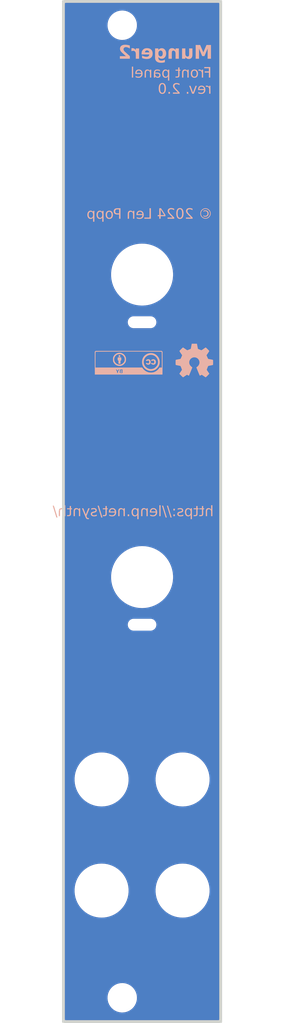
<source format=kicad_pcb>
(kicad_pcb (version 20221018) (generator pcbnew)
  (title_block (title "Munger2 - Front Panel") (date "2024-04-06") (rev "2.0") (company "https://lenp.net/synth/") (comment 1 "Len Popp") (comment 2 "Copyright © 2024 Len Popp CC BY") (comment 3 "Front panel for Munger2 Eurorack module - 4 HP") (comment 4 "Mounting holes match Delptronics panels"))
  (layers (0 "F.Cu" signal) (31 "B.Cu" signal) (34 "B.Paste" user) (35 "F.Paste" user) (36 "B.SilkS" user "B.Silkscreen") (37 "F.SilkS" user "F.Silkscreen") (38 "B.Mask" user) (39 "F.Mask" user) (44 "Edge.Cuts" user))
  (property "MODULE" "Munger2")
  (net 0 "")
  (footprint "-lmp-holes:MountingHole_Panel_3.2mm_M3" (layer "F.Cu") (at 37.5 53)
    (fp_text reference "REF**" hide)
    (fp_text value "MountingHole_Panel_3.2mm_M3")
    (pad "" np_thru_hole circle locked (at 0 0) (size 3.2 3.2) (drill 3.2) (layers "*.Cu" "*.Mask"))
  )
  (footprint "-lmp-holes:MountingHole_Panel_3.2mm_M3" (layer "F.Cu") (at 37.5 175.5)
    (fp_text reference "REF**" hide)
    (fp_text value "MountingHole_Panel_3.2mm_M3")
    (pad "" np_thru_hole circle locked (at 0 0) (size 3.2 3.2) (drill 3.2) (layers "*.Cu" "*.Mask"))
  )
  (footprint "-lmp-holes:MountingHole_Pot_Alpha" (layer "F.Cu") (at 40 122.51)
    (fp_text reference "REF**" hide)
    (fp_text value "MountingHole_Pot_Alpha")
    (pad "" np_thru_hole circle (at 0 0) (size 7.3 7.3) (drill 7.3) (layers "*.Cu" "*.Mask"))
    (pad "" np_thru_hole oval (at 0 6) (size 3.1 1) (drill oval 3.1 1) (layers "F&B.Cu" "*.Mask"))
  )
  (footprint "-lmp-holes:MountingHole_Jack_3.5mm_PJ398" (layer "F.Cu") (at 34.9 148)
    (fp_text reference "REF**" hide)
    (fp_text value "MountingHole_Jack_3.5mm_PJ398")
    (pad "" np_thru_hole circle locked (at 0 0) (size 6.3 6.3) (drill 6.3) (layers "*.Cu" "*.Mask"))
  )
  (footprint "-lmp-holes:MountingHole_Jack_3.5mm_PJ398" (layer "F.Cu") (at 45.1 148)
    (fp_text reference "REF**" hide)
    (fp_text value "MountingHole_Jack_3.5mm_PJ398")
    (pad "" np_thru_hole circle locked (at 0 0) (size 6.3 6.3) (drill 6.3) (layers "*.Cu" "*.Mask"))
  )
  (footprint "-lmp-holes:MountingHole_Jack_3.5mm_PJ398" (layer "F.Cu") (at 45.1 162)
    (fp_text reference "REF**" hide)
    (fp_text value "MountingHole_Jack_3.5mm_PJ398")
    (pad "" np_thru_hole circle (at 0 0) (size 6.3 6.3) (drill 6.3) (layers "*.Cu" "*.Mask"))
  )
  (footprint "-lmp-holes:MountingHole_Jack_3.5mm_PJ398" (layer "F.Cu") (at 34.9 162)
    (fp_text reference "REF**" hide)
    (fp_text value "MountingHole_Jack_3.5mm_PJ398")
    (pad "" np_thru_hole circle (at 0 0) (size 6.3 6.3) (drill 6.3) (layers "*.Cu" "*.Mask"))
  )
  (footprint "-lmp-holes:MountingHole_Pot_Alpha" (layer "F.Cu") (at 40 84.41)
    (fp_text reference "REF**" hide)
    (fp_text value "MountingHole_Pot_Alpha")
    (pad "" np_thru_hole circle (at 0 0) (size 7.3 7.3) (drill 7.3) (layers "*.Cu" "*.Mask"))
    (pad "" np_thru_hole oval (at 0 6) (size 3.1 1) (drill oval 3.1 1) (layers "F&B.Cu" "*.Mask"))
  )
  (footprint "-lmp-misc:Logo_OSHW" (layer "B.Cu") (at 46.574325 95.25 180)
    (fp_text reference "G3" hide)
    (fp_text value "LOGO" hide)
    (fp_poly (pts (xy 0.332309 2.043907) (xy 0.341381 1.998069) (xy 0.354628 1.929173) (xy 0.370495 1.845389) (xy 0.38743 1.75489) (xy 0.393386 1.722796) (xy 0.437401 1.485029) (xy 0.657063 1.393795) (xy 0.74497 1.357921) (xy 0.808749 1.333741) (xy 0.853195 1.319859) (xy 0.883107 1.31488) (xy 0.903282 1.317408) (xy 0.9098 1.320262) (xy 0.933551 1.334917) (xy 0.978298 1.364246) (xy 1.038939 1.404842) (xy 1.110374 1.453296) (xy 1.165969 1.491371) (xy 1.240949 1.542833) (xy 1.307718 1.588474) (xy 1.361493 1.625041) (xy 1.397494 1.649281) (xy 1.409956 1.657414) (xy 1.427811 1.652955) (xy 1.463227 1.627667) (xy 1.517172 1.58073) (xy 1.590613 1.511323) (xy 1.644039 1.458948) (xy 1.711608 1.391108) (xy 1.771268 1.329438) (xy 1.819306 1.277919) (xy 1.852008 1.240535) (xy 1.865664 1.221267) (xy 1.865677 1.221226) (xy 1.859691 1.197676) (xy 1.835212 1.150604) (xy 1.793183 1.081596) (xy 1.734543 0.992239) (xy 1.697471 0.937781) (xy 1.520815 0.68096) (xy 1.619383 0.452127) (xy 1.659348 0.362713) (xy 1.694168 0.291444) (xy 1.72197 0.241872) (xy 1.740879 0.217552) (xy 1.744007 0.215831) (xy 1.767564 0.210654) (xy 1.816769 0.200917) (xy 1.886021 0.187693) (xy 1.969721 0.172052) (xy 2.047875 0.157689) (xy 2.138232 0.140363) (xy 2.217638 0.123538) (xy 2.280838 0.108457) (xy 2.322577 0.096363) (xy 2.33735 0.089224) (xy 2.341052 0.068346) (xy 2.344296 0.021045) (xy 2.34688 -0.047351) (xy 2.348601 -0.131515) (xy 2.349256 -0.224274) (xy 2.34874 -0.336892) (xy 2.346841 -0.421041) (xy 2.343351 -0.479979) (xy 2.33806 -0.516966) (xy 2.330759 -0.535262) (xy 2.329202 -0.536832) (xy 2.307564 -0.54503) (xy 2.260103 -0.557343) (xy 2.192292 -0.572534) (xy 2.109605 -0.589367) (xy 2.031546 -0.604073) (xy 1.940736 -0.621377) (xy 1.860376 -0.638211) (xy 1.795872 -0.653319) (xy 1.752632 -0.665446) (xy 1.736595 -0.672515) (xy 1.722252 -0.695942) (xy 1.700812 -0.741547) (xy 1.674629 -0.803127) (xy 1.646056 -0.87448) (xy 1.617445 -0.949405) (xy 1.591149 -1.021699) (xy 1.569521 -1.085159) (xy 1.554912 -1.133585) (xy 1.549677 -1.160773) (xy 1.550241 -1.163788) (xy 1.562554 -1.182573) (xy 1.589739 -1.222789) (xy 1.628605 -1.279753) (xy 1.675959 -1.348785) (xy 1.717281 -1.408788) (xy 1.768237 -1.483332) (xy 1.812217 -1.548959) (xy 1.846284 -1.601179) (xy 1.867501 -1.635506) (xy 1.873249 -1.647126) (xy 1.862515 -1.661602) (xy 1.832595 -1.694758) (xy 1.786914 -1.742986) (xy 1.728898 -1.802678) (xy 1.661972 -1.870225) (xy 1.652489 -1.879701) (xy 1.570583 -1.960422) (xy 1.507752 -2.019804) (xy 1.461587 -2.059887) (xy 1.429677 -2.082708) (xy 1.409614 -2.090306) (xy 1.404428 -2.089563) (xy 1.382638 -2.077373) (xy 1.339761 -2.050325) (xy 1.280786 -2.011678) (xy 1.210703 -1.964685) (xy 1.15767 -1.928544) (xy 1.084231 -1.878624) (xy 1.019809 -1.835701) (xy 0.968968 -1.802746) (xy 0.936274 -1.782731) (xy 0.926456 -1.778) (xy 0.907758 -1.784814) (xy 0.868466 -1.802925) (xy 0.816075 -1.82883) (xy 0.799669 -1.837215) (xy 0.745513 -1.863547) (xy 0.702661 -1.881495) (xy 0.678317 -1.888138) (xy 0.675671 -1.887463) (xy 0.666195 -1.869527) (xy 0.646683 -1.826283) (xy 0.61885 -1.761921) (xy 0.584411 -1.680627) (xy 0.545081 -1.586591) (xy 0.502576 -1.484001) (xy 0.458609 -1.377043) (xy 0.414897 -1.269908) (xy 0.373154 -1.166782) (xy 0.335095 -1.071855) (xy 0.302436 -0.989313) (xy 0.276891 -0.923346) (xy 0.260175 -0.878141) (xy 0.254004 -0.857887) (xy 0.254 -0.857727) (xy 0.267057 -0.831175) (xy 0.291181 -0.813655) (xy 0.320082 -0.795098) (xy 0.363545 -0.760996) (xy 0.413339 -0.717903) (xy 0.425838 -0.706469) (xy 0.521321 -0.598253) (xy 0.589436 -0.478327) (xy 0.630082 -0.350658) (xy 0.64316 -0.219214) (xy 0.628567 -0.087962) (xy 0.586205 0.039131) (xy 0.515973 0.158097) (xy 0.449685 0.234902) (xy 0.34119 0.322392) (xy 0.220313 0.382989) (xy 0.091552 0.416695) (xy -0.040598 0.423509) (xy -0.171639 0.403432) (xy -0.297073 0.356462) (xy -0.412405 0.282601) (xy -0.465561 0.234902) (xy -0.555494 0.124047) (xy -0.617486 0.002268) (xy -0.651637 -0.126466) (xy -0.658048 -0.258188) (xy -0.636819 -0.38893) (xy -0.588051 -0.514725) (xy -0.511844 -0.631606) (xy -0.441714 -0.706469) (xy -0.391624 -0.750788) (xy -0.345801 -0.787757) (xy -0.31248 -0.810824) (xy -0.307057 -0.813655) (xy -0.278822 -0.836047) (xy -0.269875 -0.857727) (xy -0.275742 -0.877259) (xy -0.292199 -0.921853) (xy -0.317531 -0.987321) (xy -0.350023 -1.069475) (xy -0.38796 -1.164127) (xy -0.429627 -1.267088) (xy -0.473309 -1.374171) (xy -0.517291 -1.481187) (xy -0.559858 -1.583949) (xy -0.599294 -1.678267) (xy -0.633886 -1.759955) (xy -0.661917 -1.824823) (xy -0.681673 -1.868683) (xy -0.691439 -1.887349) (xy -0.691547 -1.887463) (xy -0.708781 -1.884865) (xy -0.74673 -1.87007) (xy -0.79819 -1.845995) (xy -0.815545 -1.837215) (xy -0.87027 -1.809724) (xy -0.914006 -1.789018) (xy -0.939274 -1.778598) (xy -0.942068 -1.778) (xy -0.958281 -1.786545) (xy -0.99619 -1.81026) (xy -1.051371 -1.846265) (xy -1.119398 -1.891677) (xy -1.185816 -1.93675) (xy -1.261905 -1.988112) (xy -1.329536 -2.03255) (xy -1.38415 -2.067164) (xy -1.42119 -2.089057) (xy -1.43553 -2.0955) (xy -1.45167 -2.084739) (xy -1.486309 -2.054764) (xy -1.535721 -2.00903) (xy -1.59618 -1.950995) (xy -1.663958 -1.884116) (xy -1.671057 -1.877013) (xy -1.738416 -1.808944) (xy -1.797325 -1.748305) (xy -1.844348 -1.698724) (xy -1.87605 -1.66383) (xy -1.888994 -1.647251) (xy -1.889125 -1.646708) (xy -1.880529 -1.630386) (xy -1.856698 -1.592506) (xy -1.820567 -1.537547) (xy -1.775072 -1.469987) (xy -1.733157 -1.408788) (xy -1.681353 -1.333531) (xy -1.635515 -1.266643) (xy -1.598836 -1.212805) (xy -1.574507 -1.176699) (xy -1.566117 -1.163788) (xy -1.568212 -1.143868) (xy -1.580361 -1.100924) (xy -1.600208 -1.04116) (xy -1.625402 -0.970779) (xy -1.653588 -0.895982) (xy -1.682414 -0.822973) (xy -1.709526 -0.757956) (xy -1.732571 -0.707131) (xy -1.749196 -0.676703) (xy -1.752471 -0.672589) (xy -1.773188 -0.664012) (xy -1.819798 -0.651325) (xy -1.886901 -0.635788) (xy -1.969098 -0.618661) (xy -2.047875 -0.603599) (xy -2.138935 -0.586192) (xy -2.219747 -0.56945) (xy -2.28486 -0.554608) (xy -2.328819 -0.542897) (xy -2.345532 -0.536285) (xy -2.353122 -0.52039) (xy -2.35869 -0.484937) (xy -2.362422 -0.426925) (xy -2.364508 -0.343353) (xy -2.365136 -0.23122) (xy -2.365132 -0.224274) (xy -2.364454 -0.129816) (xy -2.362715 -0.045899) (xy -2.360116 0.022149) (xy -2.356862 0.069001) (xy -2.353226 0.089224) (xy -2.334501 0.097698) (xy -2.28973 0.110242) (xy -2.224168 0.125615) (xy -2.143071 0.142573) (xy -2.06375 0.157689) (xy -1.972185 0.174539) (xy -1.890317 0.189882) (xy -1.823748 0.202646) (xy -1.778075 0.211759) (xy -1.759883 0.215831) (xy -1.743498 0.23326) (xy -1.717751 0.276831) (xy -1.684515 0.342991) (xy -1.645665 0.428188) (xy -1.635259 0.452127) (xy -1.536691 0.68096) (xy -1.713347 0.937781) (xy -1.780321 1.037176) (xy -1.831178 1.117053) (xy -1.864977 1.175825) (xy -1.880778 1.211907) (xy -1.881553 1.221226) (xy -1.867997 1.240398) (xy -1.835375 1.277706) (xy -1.787401 1.329167) (xy -1.727787 1.390799) (xy -1.660247 1.458619) (xy -1.659915 1.458948) (xy -1.573506 1.542945) (xy -1.507347 1.603693) (xy -1.460731 1.641791) (xy -1.432952 1.657841) (xy -1.425832 1.657743) (xy -1.406307 1.644973) (xy -1.365455 1.617396) (xy -1.30806 1.57827) (xy -1.238906 1.530853) (xy -1.182688 1.492145) (xy -1.106717 1.440046) (xy -1.037755 1.393314) (xy -0.980931 1.355382) (xy -0.941376 1.329681) (xy -0.92652 1.320706) (xy -0.909039 1.315224) (xy -0.884577 1.316423) (xy -0.848256 1.32571) (xy -0.7952 1.344489) (xy -0.720531 1.374168) (xy -0.672939 1.393795) (xy -0.453277 1.485029) (xy -0.409262 1.722796) (xy -0.392321 1.813715) (xy -0.375898 1.900809) (xy -0.361547 1.975906) (xy -0.35082 2.030837) (xy -0.348185 2.043907) (xy -0.331124 2.12725) (xy 0.315248 2.12725) (xy 0.332309 2.043907)) (stroke (width 0.01)) (fill solid) (layer "B.SilkS"))
  )
  (footprint "-lmp-misc:Logo_CC_BY" (layer "B.Cu") (at 38.319325 95.504 180)
    (fp_text reference "G1" hide)
    (fp_text value "LOGO" hide)
    (fp_poly (pts (xy 1.007728 -1.10891) (xy 1.049387 -1.134554) (xy 1.058333 -1.165687) (xy 1.039922 -1.20516) (xy 0.995527 -1.235496) (xy 0.941409 -1.250332) (xy 0.893826 -1.243305) (xy 0.881944 -1.234722) (xy 0.871604 -1.205116) (xy 0.867833 -1.160639) (xy 0.873749 -1.117666) (xy 0.900438 -1.102183) (xy 0.929602 -1.100667) (xy 1.007728 -1.10891)) (stroke (width 0.01)) (fill solid) (layer "B.SilkS"))
    (fp_poly (pts (xy 1.198591 0.946718) (xy 1.24453 0.917911) (xy 1.27384 0.871061) (xy 1.277828 0.813909) (xy 1.259491 0.769726) (xy 1.210366 0.728824) (xy 1.146002 0.723246) (xy 1.095375 0.742529) (xy 1.066734 0.780694) (xy 1.059449 0.837345) (xy 1.073909 0.894193) (xy 1.091595 0.919238) (xy 1.144715 0.94974) (xy 1.198591 0.946718)) (stroke (width 0.01)) (fill solid) (layer "B.SilkS"))
    (fp_poly (pts (xy 1.008624 -0.933911) (xy 1.031746 -0.945922) (xy 1.03403 -0.973783) (xy 1.033347 -0.978959) (xy 1.019822 -1.01226) (xy 0.983682 -1.028491) (xy 0.947208 -1.033153) (xy 0.895209 -1.034637) (xy 0.872834 -1.022459) (xy 0.867847 -0.98928) (xy 0.867833 -0.985528) (xy 0.872155 -0.95086) (xy 0.893029 -0.935299) (xy 0.942319 -0.931379) (xy 0.953972 -0.931334) (xy 1.008624 -0.933911)) (stroke (width 0.01)) (fill solid) (layer "B.SilkS"))
    (fp_poly (pts (xy 1.265371 0.674893) (xy 1.332164 0.667029) (xy 1.368521 0.652922) (xy 1.374168 0.64759) (xy 1.387404 0.607674) (xy 1.393405 0.532293) (xy 1.392634 0.451798) (xy 1.388574 0.368274) (xy 1.382243 0.318048) (xy 1.370829 0.292085) (xy 1.351516 0.281354) (xy 1.338791 0.278986) (xy 1.316623 0.273497) (xy 1.302673 0.259195) (xy 1.295045 0.227858) (xy 1.291842 0.171267) (xy 1.291168 0.081201) (xy 1.291166 0.072611) (xy 1.291166 -0.127) (xy 1.037166 -0.127) (xy 1.037166 0.072611) (xy 1.036608 0.165606) (xy 1.033668 0.224491) (xy 1.02645 0.257486) (xy 1.013056 0.272812) (xy 0.991591 0.278688) (xy 0.989541 0.278986) (xy 0.964679 0.286104) (xy 0.949697 0.304969) (xy 0.941426 0.345002) (xy 0.936694 0.415619) (xy 0.935704 0.438879) (xy 0.933742 0.541942) (xy 0.942403 0.610052) (xy 0.96854 0.650424) (xy 1.01901 0.670269) (xy 1.100668 0.676801) (xy 1.162319 0.677333) (xy 1.265371 0.674893)) (stroke (width 0.01)) (fill solid) (layer "B.SilkS"))
    (fp_poly (pts (xy -3.02103 0.424598) (xy -2.91672 0.387702) (xy -2.880305 0.364287) (xy -2.831233 0.316441) (xy -2.82357 0.27634) (xy -2.857298 0.243) (xy -2.878228 0.233015) (xy -2.927801 0.217368) (xy -2.96114 0.224786) (xy -2.981416 0.240625) (xy -3.034554 0.267504) (xy -3.099006 0.273562) (xy -3.155714 0.258594) (xy -3.175583 0.242714) (xy -3.193774 0.202761) (xy -3.208244 0.139832) (xy -3.212007 0.110423) (xy -3.207041 0.017637) (xy -3.176589 -0.051636) (xy -3.126708 -0.092927) (xy -3.063452 -0.101769) (xy -2.992878 -0.073694) (xy -2.977533 -0.062563) (xy -2.937359 -0.035025) (xy -2.905035 -0.032112) (xy -2.858844 -0.052225) (xy -2.856122 -0.053629) (xy -2.789721 -0.087967) (xy -2.839486 -0.141245) (xy -2.933756 -0.213414) (xy -3.043435 -0.250287) (xy -3.158803 -0.250035) (xy -3.254244 -0.219188) (xy -3.333304 -0.158345) (xy -3.387757 -0.072069) (xy -3.416357 0.029772) (xy -3.417861 0.13731) (xy -3.391023 0.240675) (xy -3.334599 0.329998) (xy -3.324795 0.340295) (xy -3.236756 0.400263) (xy -3.131605 0.428574) (xy -3.02103 0.424598)) (stroke (width 0.01)) (fill solid) (layer "B.SilkS"))
    (fp_poly (pts (xy -2.39168 0.425061) (xy -2.365422 0.419864) (xy -2.306453 0.398275) (xy -2.24476 0.363217) (xy -2.192613 0.323291) (xy -2.162283 0.287101) (xy -2.159 0.275127) (xy -2.176157 0.258362) (xy -2.218635 0.2336) (xy -2.231009 0.227502) (xy -2.279889 0.206692) (xy -2.308737 0.20668) (xy -2.334969 0.228531) (xy -2.340123 0.234165) (xy -2.393198 0.266129) (xy -2.45973 0.274255) (xy -2.512218 0.258537) (xy -2.546037 0.216053) (xy -2.568158 0.147925) (xy -2.574311 0.070185) (xy -2.570997 0.037874) (xy -2.542321 -0.039667) (xy -2.492697 -0.087999) (xy -2.430625 -0.10356) (xy -2.364608 -0.082791) (xy -2.335818 -0.060589) (xy -2.297118 -0.030981) (xy -2.260723 -0.028782) (xy -2.223329 -0.04199) (xy -2.176133 -0.065406) (xy -2.163143 -0.089267) (xy -2.183198 -0.124379) (xy -2.211106 -0.155875) (xy -2.296435 -0.218831) (xy -2.399927 -0.251253) (xy -2.508693 -0.251377) (xy -2.609839 -0.217439) (xy -2.619569 -0.211781) (xy -2.700833 -0.14597) (xy -2.749326 -0.06404) (xy -2.768556 0.041501) (xy -2.76827 0.105949) (xy -2.745638 0.232547) (xy -2.693649 0.330106) (xy -2.615317 0.396277) (xy -2.513656 0.428712) (xy -2.39168 0.425061)) (stroke (width 0.01)) (fill solid) (layer "B.SilkS"))
    (fp_poly (pts (xy -2.563057 1.182731) (xy -2.361828 1.123237) (xy -2.176836 1.028043) (xy -2.012387 0.898954) (xy -1.872787 0.737776) (xy -1.851627 0.706999) (xy -1.760969 0.533924) (xy -1.702324 0.341508) (xy -1.676332 0.138827) (xy -1.683633 -0.065038) (xy -1.724866 -0.261008) (xy -1.774419 -0.38896) (xy -1.88282 -0.569588) (xy -2.02332 -0.726553) (xy -2.190308 -0.855437) (xy -2.378175 -0.951818) (xy -2.558393 -1.006682) (xy -2.661676 -1.025313) (xy -2.752778 -1.032549) (xy -2.849774 -1.028779) (xy -2.963334 -1.015429) (xy -3.161479 -0.968309) (xy -3.342295 -0.883698) (xy -3.50892 -0.760016) (xy -3.553297 -0.718328) (xy -3.700506 -0.54945) (xy -3.806929 -0.371404) (xy -3.873687 -0.181037) (xy -3.901084 0.018874) (xy -3.687783 0.018874) (xy -3.657491 -0.157882) (xy -3.6048 -0.296334) (xy -3.539895 -0.400636) (xy -3.448266 -0.509609) (xy -3.342045 -0.611122) (xy -3.233365 -0.693046) (xy -3.174437 -0.726586) (xy -3.01123 -0.784497) (xy -2.833345 -0.810389) (xy -2.655039 -0.803099) (xy -2.54 -0.778349) (xy -2.383548 -0.714064) (xy -2.23681 -0.620867) (xy -2.110085 -0.506773) (xy -2.013669 -0.379796) (xy -2.002272 -0.359795) (xy -1.926639 -0.181924) (xy -1.889736 -0.003553) (xy -1.888625 0.171489) (xy -1.920364 0.339374) (xy -1.982014 0.496271) (xy -2.070635 0.638352) (xy -2.183288 0.761788) (xy -2.317032 0.862749) (xy -2.468928 0.937407) (xy -2.636035 0.981932) (xy -2.815414 0.992496) (xy -3.004125 0.965269) (xy -3.017095 0.961982) (xy -3.18983 0.896576) (xy -3.341128 0.799061) (xy -3.468467 0.674837) (xy -3.569325 0.529307) (xy -3.641178 0.367869) (xy -3.681505 0.195924) (xy -3.687783 0.018874) (xy -3.901084 0.018874) (xy -3.901897 0.024804) (xy -3.89365 0.240822) (xy -3.851504 0.433215) (xy -3.772288 0.615301) (xy -3.660959 0.781846) (xy -3.522476 0.927617) (xy -3.361796 1.047378) (xy -3.183877 1.135898) (xy -2.996996 1.187388) (xy -2.776215 1.204716) (xy -2.563057 1.182731)) (stroke (width 0.01)) (fill solid) (layer "B.SilkS"))
    (fp_poly (pts (xy 1.377307 1.219627) (xy 1.537281 1.160105) (xy 1.682469 1.068615) (xy 1.807111 0.946685) (xy 1.905443 0.795844) (xy 1.909413 0.787882) (xy 1.940321 0.722465) (xy 1.960425 0.668687) (xy 1.972035 0.614111) (xy 1.977464 0.5463) (xy 1.979023 0.452817) (xy 1.979083 0.413084) (xy 1.977975 0.304751) (xy 1.973402 0.226714) (xy 1.963487 0.166965) (xy 1.946354 0.113498) (xy 1.924445 0.06345) (xy 1.831411 -0.086953) (xy 1.708237 -0.212584) (xy 1.561218 -0.310224) (xy 1.396648 -0.376655) (xy 1.220825 -0.408659) (xy 1.040042 -0.403016) (xy 1.018548 -0.399695) (xy 0.861591 -0.353137) (xy 0.711567 -0.270809) (xy 0.576827 -0.159249) (xy 0.465722 -0.024998) (xy 0.405977 0.080051) (xy 0.378882 0.143162) (xy 0.361991 0.200848) (xy 0.352996 0.266663) (xy 0.349584 0.354157) (xy 0.349386 0.38893) (xy 0.500593 0.38893) (xy 0.510606 0.302508) (xy 0.536592 0.193771) (xy 0.574165 0.106276) (xy 0.63213 0.022779) (xy 0.683322 -0.035796) (xy 0.81069 -0.145244) (xy 0.953839 -0.216764) (xy 1.108269 -0.249085) (xy 1.269476 -0.24094) (xy 1.34649 -0.222717) (xy 1.49922 -0.157615) (xy 1.625396 -0.064388) (xy 1.723417 0.051265) (xy 1.791679 0.183645) (xy 1.828583 0.327053) (xy 1.832525 0.475789) (xy 1.801903 0.624155) (xy 1.735117 0.766451) (xy 1.654299 0.872386) (xy 1.547984 0.968323) (xy 1.43207 1.031456) (xy 1.296278 1.066311) (xy 1.191868 1.075973) (xy 1.097105 1.078188) (xy 1.028028 1.072995) (xy 0.96827 1.05784) (xy 0.902986 1.030864) (xy 0.760552 0.944352) (xy 0.645883 0.830942) (xy 0.562193 0.696593) (xy 0.512692 0.547269) (xy 0.500593 0.38893) (xy 0.349386 0.38893) (xy 0.34925 0.41275) (xy 0.350641 0.516588) (xy 0.356385 0.591778) (xy 0.368837 0.651959) (xy 0.39035 0.710769) (xy 0.407119 0.747943) (xy 0.489615 0.895944) (xy 0.586193 1.012456) (xy 0.704778 1.107466) (xy 0.866283 1.1911) (xy 1.036047 1.236653) (xy 1.208308 1.245652) (xy 1.377307 1.219627)) (stroke (width 0.01)) (fill solid) (layer "B.SilkS"))
    (fp_poly (pts (xy 4.22386 1.429564) (xy 4.275963 1.377461) (xy 4.270523 -0.057395) (xy 4.265083 -1.49225) (xy 0.019454 -1.497593) (xy -0.401443 -1.498054) (xy -0.811056 -1.498365) (xy -1.207377 -1.498531) (xy -1.588395 -1.498556) (xy -1.952102 -1.498445) (xy -2.296486 -1.498202) (xy -2.619538 -1.49783) (xy -2.919248 -1.497335) (xy -3.193607 -1.496719) (xy -3.440605 -1.495988) (xy -3.658231 -1.495145) (xy -3.844477 -1.494195) (xy -3.997332 -1.493142) (xy -4.114786 -1.491989) (xy -4.19483 -1.490742) (xy -4.235454 -1.489404) (xy -4.240338 -1.488774) (xy -4.242738 -1.465738) (xy -4.24501 -1.403866) (xy -4.24712 -1.306657) (xy -4.249033 -1.17761) (xy -4.250715 -1.020222) (xy -4.252132 -0.837992) (xy -4.253248 -0.634417) (xy -4.25403 -0.412996) (xy -4.254443 -0.177227) (xy -4.2545 -0.048427) (xy -4.2545 0.366183) (xy -4.169834 0.366183) (xy -4.169834 -0.613834) (xy -4.026959 -0.614379) (xy -3.884084 -0.614925) (xy -3.812144 -0.720966) (xy -3.692651 -0.864995) (xy -3.542152 -0.996181) (xy -3.371665 -1.106777) (xy -3.192209 -1.189035) (xy -3.108881 -1.21544) (xy -2.997957 -1.235421) (xy -2.862492 -1.245246) (xy -2.719048 -1.244881) (xy -2.584188 -1.234297) (xy -2.486239 -1.216626) (xy -2.272603 -1.14063) (xy -2.076159 -1.027636) (xy -1.902364 -0.881322) (xy -1.872569 -0.846667) (xy 0.783166 -0.846667) (xy 0.783166 -1.312334) (xy 0.917895 -1.312334) (xy 1.004895 -1.308401) (xy 1.064225 -1.294438) (xy 1.108395 -1.268464) (xy 1.153631 -1.212561) (xy 1.16015 -1.151895) (xy 1.127249 -1.095152) (xy 1.122761 -1.090924) (xy 1.095408 -1.06005) (xy 1.100119 -1.036022) (xy 1.112178 -1.022631) (xy 1.140542 -0.973664) (xy 1.127789 -0.922153) (xy 1.100666 -0.889) (xy 1.066252 -0.864363) (xy 1.017466 -0.851272) (xy 0.941826 -0.846789) (xy 0.92075 -0.846667) (xy 1.185789 -0.846667) (xy 1.270228 -0.984623) (xy 1.319 -1.071602) (xy 1.345387 -1.140404) (xy 1.354475 -1.205058) (xy 1.354666 -1.217456) (xy 1.35688 -1.276088) (xy 1.367744 -1.303811) (xy 1.393598 -1.311987) (xy 1.407583 -1.312334) (xy 1.440934 -1.308067) (xy 1.456279 -1.287521) (xy 1.460461 -1.23908) (xy 1.460563 -1.222375) (xy 1.468744 -1.154833) (xy 1.496329 -1.080912) (xy 1.543713 -0.994834) (xy 1.585033 -0.925149) (xy 1.606079 -0.883515) (xy 1.608913 -0.86202) (xy 1.595597 -0.852753) (xy 1.581496 -0.849898) (xy 1.555171 -0.849042) (xy 1.530909 -0.860656) (xy 1.501095 -0.89146) (xy 1.45812 -0.948175) (xy 1.437195 -0.977303) (xy 1.403307 -1.024763) (xy 1.352528 -0.935878) (xy 1.314063 -0.878532) (xy 1.2778 -0.852038) (xy 1.243769 -0.84683) (xy 1.185789 -0.846667) (xy 0.92075 -0.846667) (xy 0.783166 -0.846667) (xy -1.872569 -0.846667) (xy -1.783802 -0.743422) (xy -1.68774 -0.613834) (xy 4.191 -0.613834) (xy 4.191 0.366183) (xy 4.190708 0.611968) (xy 4.18979 0.818065) (xy 4.188178 0.987114) (xy 4.185805 1.121755) (xy 4.182605 1.224631) (xy 4.178511 1.298382) (xy 4.173457 1.345649) (xy 4.167375 1.369072) (xy 4.165599 1.3716) (xy 4.141594 1.374757) (xy 4.07774 1.377723) (xy 3.97652 1.380499) (xy 3.840418 1.383084) (xy 3.671917 1.385478) (xy 3.473502 1.387681) (xy 3.247656 1.389693) (xy 2.996862 1.391514) (xy 2.723604 1.393145) (xy 2.430367 1.394585) (xy 2.119632 1.395834) (xy 1.793885 1.396892) (xy 1.455608 1.397759) (xy 1.107285 1.398435) (xy 0.751401 1.398921) (xy 0.390438 1.399216) (xy 0.02688 1.39932) (xy -0.336789 1.399233) (xy -0.698086 1.398955) (xy -1.054526 1.398487) (xy -1.403627 1.397827) (xy -1.742905 1.396977) (xy -2.069875 1.395936) (xy -2.382055 1.394704) (xy -2.676961 1.393282) (xy -2.952109 1.391668) (xy -3.205015 1.389864) (xy -3.433196 1.387869) (xy -3.634169 1.385683) (xy -3.805449 1.383306) (xy -3.944553 1.380738) (xy -4.048998 1.37798) (xy -4.116299 1.37503) (xy -4.143973 1.37189) (xy -4.144434 1.3716) (xy -4.150797 1.353998) (xy -4.156114 1.313246) (xy -4.160454 1.246703) (xy -4.163882 1.151728) (xy -4.166465 1.025681) (xy -4.168271 0.865919) (xy -4.169365 0.669804) (xy -4.169814 0.434693) (xy -4.169834 0.366183) (xy -4.2545 0.366183) (xy -4.2545 1.377757) (xy -4.202546 1.429712) (xy -4.150591 1.481666) (xy 4.171757 1.481666) (xy 4.22386 1.429564)) (stroke (width 0.01)) (fill solid) (layer "B.SilkS"))
  )
  (gr_line (start 49.9 178.5) (end 30.1 178.5) (stroke (width 0.3556)) (layer "Edge.Cuts"))
  (gr_line (start 30.1 178.5) (end 30.1 50) (stroke (width 0.3556)) (layer "Edge.Cuts"))
  (gr_line (start 49.9 50) (end 49.9 178.5) (stroke (width 0.3556)) (layer "Edge.Cuts"))
  (gr_line (start 30.1 50) (end 49.9 50) (stroke (width 0.3556)) (layer "Edge.Cuts"))
  (gr_text "Front panel" (at 48.768 59.055) (layer "B.SilkS") (effects (font (size 1.3 1.3)) (justify left mirror)))
  (gr_text "rev. ${REVISION}" (at 48.777275 61.087) (layer "B.SilkS") (effects (font (size 1.3 1.3)) (justify left mirror)))
  (gr_text "https://lenp.net/synth/" (at 49.022 114.3) (layer "B.SilkS") (effects (font (size 1.3 1.3) (thickness 0.1524)) (justify left mirror)))
  (gr_text "© 2024 Len Popp" (at 48.895 76.835) (layer "B.SilkS") (effects (font (size 1.3 1.3)) (justify left mirror)))
  (gr_text "${MODULE}" (at 48.895 56.515) (layer "B.SilkS") (effects (font (size 1.7 1.7) (thickness 0.34) bold) (justify left mirror)))
  (zone (net 0) (net_name "") (layers "F&B.Cu") (connect_pads (clearance 0.2032)) (min_thickness 0.2032) (fill yes (thermal_gap 0.508) (thermal_bridge_width 0.508))
    (polygon (pts (xy 50.1 178.6) (xy 29.9 178.6) (xy 29.9 49.9) (xy 50.1 49.9)))
  )
)
</source>
